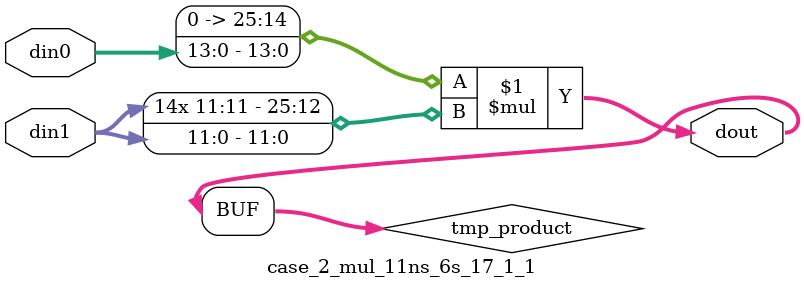
<source format=v>

`timescale 1 ns / 1 ps

 (* use_dsp = "no" *)  module case_2_mul_11ns_6s_17_1_1(din0, din1, dout);
parameter ID = 1;
parameter NUM_STAGE = 0;
parameter din0_WIDTH = 14;
parameter din1_WIDTH = 12;
parameter dout_WIDTH = 26;

input [din0_WIDTH - 1 : 0] din0; 
input [din1_WIDTH - 1 : 0] din1; 
output [dout_WIDTH - 1 : 0] dout;

wire signed [dout_WIDTH - 1 : 0] tmp_product;

























assign tmp_product = $signed({1'b0, din0}) * $signed(din1);










assign dout = tmp_product;





















endmodule

</source>
